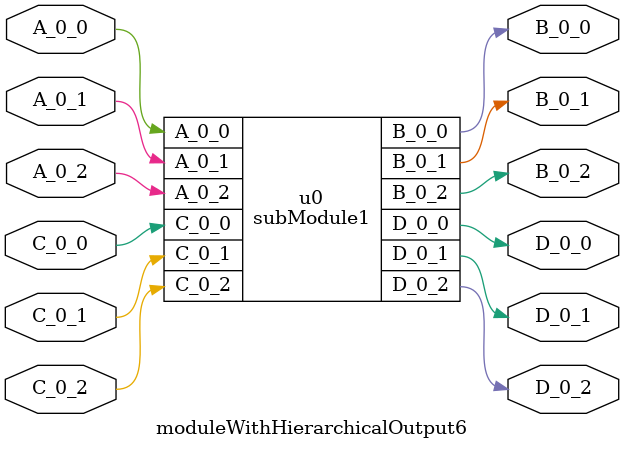
<source format=v>
module subModule0(input A_0_0, input A_0_1, input A_0_2,
                  output B_0_0, output B_0_1, output B_0_2,
                  input C_0_0, input C_0_1, input C_0_2,
                  output D_0_0, output D_0_1, output D_0_2);
  assign {A_0_0, A_0_1, A_0_2} =  {B_0_0, B_0_1, B_0_2};
  assign {C_0_0, C_0_1, C_0_2} =  {D_0_0, D_0_1, D_0_2};
endmodule

module subModule1(input A_0_0, input A_0_1, input A_0_2,
                  output B_0_0, output B_0_1, output B_0_2,
                  input C_0_0, input C_0_1, input C_0_2,
                  output D_0_0, output D_0_1, output D_0_2);
  subModule0 u1(A_0_0, A_0_1, A_0_2,
                B_0_0, B_0_1, B_0_2,
                C_0_0, C_0_1, C_0_2,
                D_0_0, D_0_1, D_0_2);
endmodule

module moduleWithHierarchicalOutput6(
                  input A_0_0, input A_0_1, input A_0_2,
                  output B_0_0, output B_0_1, output B_0_2,
                  input C_0_0, input C_0_1, input C_0_2,
                  output D_0_0, output D_0_1, output D_0_2);
  subModule1 u0(A_0_0, A_0_1, A_0_2,
                B_0_0, B_0_1, B_0_2,
                C_0_0, C_0_1, C_0_2,
                D_0_0, D_0_1, D_0_2);
endmodule


</source>
